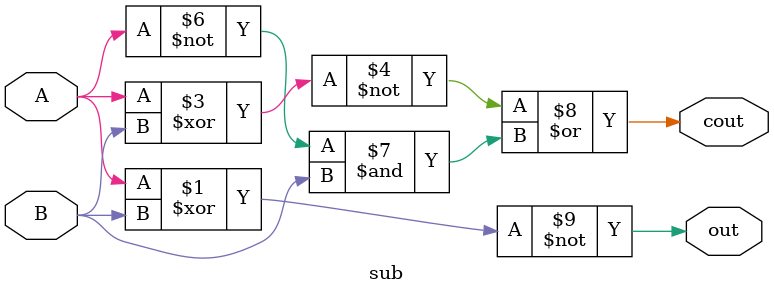
<source format=v>
`timescale 1ns / 1ps


module sub(A, B, out, cout);
    input A, B;
    output out, cout;
    
    
    assign out = A ^ B ^ (1'b1);
    assign cout = (~(A ^ B) & (1'b1)) | (~A & B);
endmodule

</source>
